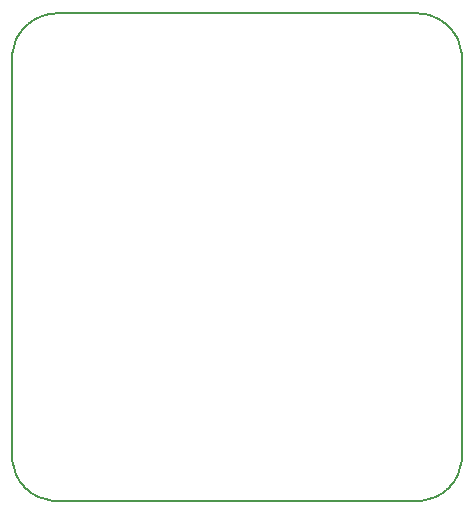
<source format=gbr>
G04 (created by PCBNEW-RS274X (2011-nov-30)-testing) date Fri 20 Jul 2012 01:00:30 PM CDT*
%MOIN*%
G04 Gerber Fmt 3.4, Leading zero omitted, Abs format*
%FSLAX34Y34*%
G01*
G70*
G90*
G04 APERTURE LIST*
%ADD10C,0.006*%
G04 APERTURE END LIST*
G54D10*
X46580Y-46280D02*
X46580Y-33030D01*
X60080Y-47780D02*
X48080Y-47780D01*
X61570Y-33030D02*
X61570Y-46280D01*
X48080Y-31530D02*
X60080Y-31530D01*
X60070Y-47780D02*
X60200Y-47774D01*
X60330Y-47757D01*
X60458Y-47728D01*
X60583Y-47689D01*
X60703Y-47639D01*
X60820Y-47579D01*
X60930Y-47508D01*
X61034Y-47429D01*
X61130Y-47340D01*
X61219Y-47244D01*
X61298Y-47140D01*
X61369Y-47029D01*
X61429Y-46913D01*
X61479Y-46793D01*
X61518Y-46668D01*
X61547Y-46540D01*
X61564Y-46410D01*
X61570Y-46280D01*
X46580Y-46280D02*
X46586Y-46410D01*
X46603Y-46540D01*
X46632Y-46668D01*
X46671Y-46793D01*
X46721Y-46913D01*
X46781Y-47029D01*
X46852Y-47140D01*
X46931Y-47244D01*
X47020Y-47340D01*
X47116Y-47429D01*
X47220Y-47508D01*
X47331Y-47579D01*
X47447Y-47639D01*
X47567Y-47689D01*
X47692Y-47728D01*
X47820Y-47757D01*
X47950Y-47774D01*
X48080Y-47780D01*
X48080Y-31530D02*
X47950Y-31536D01*
X47820Y-31553D01*
X47692Y-31582D01*
X47567Y-31621D01*
X47447Y-31671D01*
X47331Y-31731D01*
X47220Y-31802D01*
X47116Y-31881D01*
X47020Y-31970D01*
X46931Y-32066D01*
X46852Y-32170D01*
X46781Y-32281D01*
X46721Y-32397D01*
X46671Y-32517D01*
X46632Y-32642D01*
X46603Y-32770D01*
X46586Y-32900D01*
X46580Y-33030D01*
X61570Y-33030D02*
X61564Y-32900D01*
X61547Y-32770D01*
X61518Y-32642D01*
X61479Y-32517D01*
X61429Y-32397D01*
X61369Y-32281D01*
X61298Y-32170D01*
X61219Y-32066D01*
X61130Y-31970D01*
X61034Y-31881D01*
X60930Y-31802D01*
X60820Y-31731D01*
X60703Y-31671D01*
X60583Y-31621D01*
X60458Y-31582D01*
X60330Y-31553D01*
X60200Y-31536D01*
X60070Y-31530D01*
M02*

</source>
